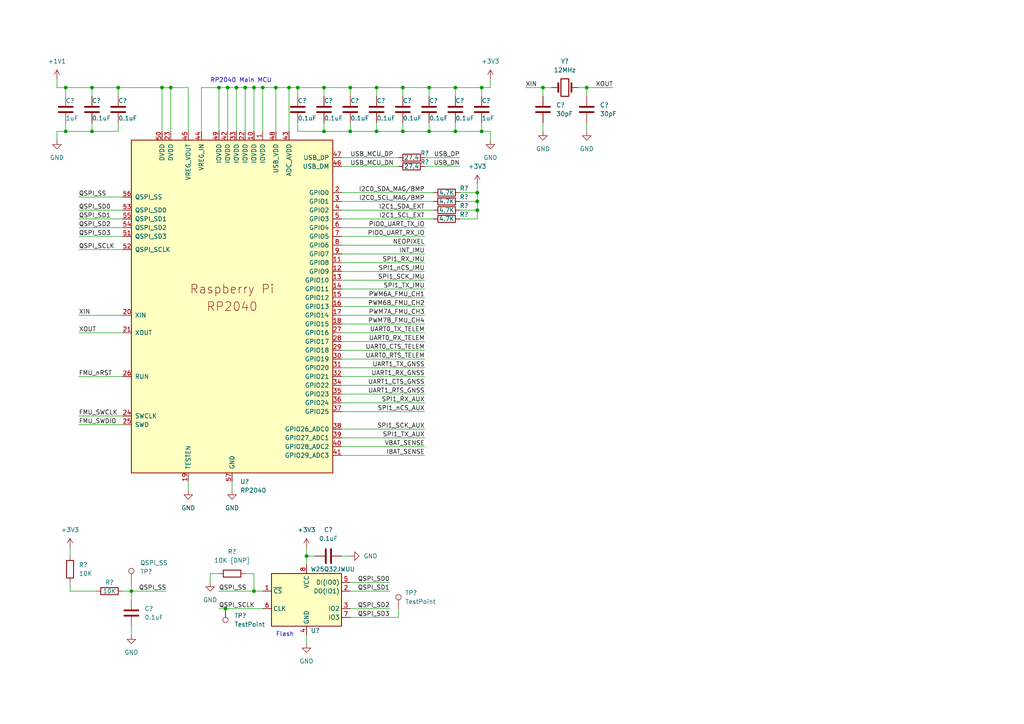
<source format=kicad_sch>
(kicad_sch (version 20211123) (generator eeschema)
  (paper "A4")
  (lib_symbols
    (symbol "Connector:TestPoint" (pin_numbers hide) (pin_names (offset 0.762) hide)
      (property "Reference" "TP" (at 0 6.858 0))
      (property "Value" "TestPoint" (at 0 5.08 0))
      (symbol "TestPoint_0_1"
        (circle (center 0 3.302) (radius 0.762))
      )
      (symbol "TestPoint_1_1"
        (pin passive line (at 0 0 90) (length 2.54) (name "1") (number "1"))
      )
    )
    (symbol "Device:C" (pin_numbers hide) (pin_names (offset 0.254))
      (property "Reference" "C" (at 0.635 2.54 0))
      (property "Value" "C" (at 0.635 -2.54 0))
      (symbol "C_0_1"
        (polyline (pts (xy -2.032 -0.762) (xy 2.032 -0.762)) (stroke (width 0.508)))
        (polyline (pts (xy -2.032 0.762) (xy 2.032 0.762)) (stroke (width 0.508)))
      )
      (symbol "C_1_1"
        (pin passive line (at 0 3.81 270) (length 2.794) (name "~") (number "1"))
        (pin passive line (at 0 -3.81 90) (length 2.794) (name "~") (number "2"))
      )
    )
    (symbol "Device:Crystal" (pin_numbers hide) (pin_names (offset 1.016) hide)
      (property "Reference" "Y" (at 0 3.81 0))
      (property "Value" "Crystal" (at 0 -3.81 0))
      (symbol "Crystal_0_1"
        (rectangle (start -1.143 2.54) (end 1.143 -2.54) (stroke (width 0.3048)))
        (polyline (pts (xy -2.54 0) (xy -1.905 0)))
        (polyline (pts (xy -1.905 -1.27) (xy -1.905 1.27)) (stroke (width 0.508)))
        (polyline (pts (xy 1.905 -1.27) (xy 1.905 1.27)) (stroke (width 0.508)))
        (polyline (pts (xy 2.54 0) (xy 1.905 0)))
      )
      (symbol "Crystal_1_1"
        (pin passive line (at -3.81 0 0) (length 1.27) (name "1") (number "1"))
        (pin passive line (at 3.81 0 180) (length 1.27) (name "2") (number "2"))
      )
    )
    (symbol "Device:R" (pin_numbers hide) (pin_names (offset 0))
      (property "Reference" "R" (at 2.032 0 90))
      (property "Value" "R" (at 0 0 90))
      (symbol "R_0_1"
        (rectangle (start -1.016 -2.54) (end 1.016 2.54) (stroke (width 0.254)))
      )
      (symbol "R_1_1"
        (pin passive line (at 0 3.81 270) (length 1.27) (name "~") (number "1"))
        (pin passive line (at 0 -3.81 90) (length 1.27) (name "~") (number "2"))
      )
    )
    (symbol "MCU_RaspberryPi_RP2040:RP2040" (pin_names (offset 1.016))
      (property "Reference" "U" (at -29.21 49.53 0))
      (property "Value" "RP2040" (at 24.13 -49.53 0))
      (symbol "RP2040_0_0"
        (text "Raspberry Pi" (at 0 5.08 0) (effects (font (size 2.54 2.54))))
        (text "RP2040" (at 0 0 0) (effects (font (size 2.54 2.54))))
      )
      (symbol "RP2040_0_1"
        (rectangle (start 29.21 48.26) (end -29.21 -48.26) (stroke (width 0.254)) (fill (type background)))
      )
      (symbol "RP2040_1_1"
        (pin power_in line (at 8.89 50.8 270) (length 2.54) (name "IOVDD") (number "1"))
        (pin power_in line (at 6.35 50.8 270) (length 2.54) (name "IOVDD") (number "10"))
        (pin bidirectional line (at 31.75 12.7 180) (length 2.54) (name "GPIO8") (number "11"))
        (pin bidirectional line (at 31.75 10.16 180) (length 2.54) (name "GPIO9") (number "12"))
        (pin bidirectional line (at 31.75 7.62 180) (length 2.54) (name "GPIO10") (number "13"))
        (pin bidirectional line (at 31.75 5.08 180) (length 2.54) (name "GPIO11") (number "14"))
        (pin bidirectional line (at 31.75 2.54 180) (length 2.54) (name "GPIO12") (number "15"))
        (pin bidirectional line (at 31.75 0 180) (length 2.54) (name "GPIO13") (number "16"))
        (pin bidirectional line (at 31.75 -2.54 180) (length 2.54) (name "GPIO14") (number "17"))
        (pin bidirectional line (at 31.75 -5.08 180) (length 2.54) (name "GPIO15") (number "18"))
        (pin passive line (at -12.7 -50.8 90) (length 2.54) (name "TESTEN") (number "19"))
        (pin bidirectional line (at 31.75 33.02 180) (length 2.54) (name "GPIO0") (number "2"))
        (pin input line (at -31.75 -2.54 0) (length 2.54) (name "XIN") (number "20"))
        (pin passive line (at -31.75 -7.62 0) (length 2.54) (name "XOUT") (number "21"))
        (pin power_in line (at 3.81 50.8 270) (length 2.54) (name "IOVDD") (number "22"))
        (pin power_in line (at -17.78 50.8 270) (length 2.54) (name "DVDD") (number "23"))
        (pin output line (at -31.75 -31.75 0) (length 2.54) (name "SWCLK") (number "24"))
        (pin bidirectional line (at -31.75 -34.29 0) (length 2.54) (name "SWD") (number "25"))
        (pin input line (at -31.75 -20.32 0) (length 2.54) (name "RUN") (number "26"))
        (pin bidirectional line (at 31.75 -7.62 180) (length 2.54) (name "GPIO16") (number "27"))
        (pin bidirectional line (at 31.75 -10.16 180) (length 2.54) (name "GPIO17") (number "28"))
        (pin bidirectional line (at 31.75 -12.7 180) (length 2.54) (name "GPIO18") (number "29"))
        (pin bidirectional line (at 31.75 30.48 180) (length 2.54) (name "GPIO1") (number "3"))
        (pin bidirectional line (at 31.75 -15.24 180) (length 2.54) (name "GPIO19") (number "30"))
        (pin bidirectional line (at 31.75 -17.78 180) (length 2.54) (name "GPIO20") (number "31"))
        (pin bidirectional line (at 31.75 -20.32 180) (length 2.54) (name "GPIO21") (number "32"))
        (pin power_in line (at 1.27 50.8 270) (length 2.54) (name "IOVDD") (number "33"))
        (pin bidirectional line (at 31.75 -22.86 180) (length 2.54) (name "GPIO22") (number "34"))
        (pin bidirectional line (at 31.75 -25.4 180) (length 2.54) (name "GPIO23") (number "35"))
        (pin bidirectional line (at 31.75 -27.94 180) (length 2.54) (name "GPIO24") (number "36"))
        (pin bidirectional line (at 31.75 -30.48 180) (length 2.54) (name "GPIO25") (number "37"))
        (pin bidirectional line (at 31.75 -35.56 180) (length 2.54) (name "GPIO26_ADC0") (number "38"))
        (pin bidirectional line (at 31.75 -38.1 180) (length 2.54) (name "GPIO27_ADC1") (number "39"))
        (pin bidirectional line (at 31.75 27.94 180) (length 2.54) (name "GPIO2") (number "4"))
        (pin bidirectional line (at 31.75 -40.64 180) (length 2.54) (name "GPIO28_ADC2") (number "40"))
        (pin bidirectional line (at 31.75 -43.18 180) (length 2.54) (name "GPIO29_ADC3") (number "41"))
        (pin power_in line (at -1.27 50.8 270) (length 2.54) (name "IOVDD") (number "42"))
        (pin power_in line (at 16.51 50.8 270) (length 2.54) (name "ADC_AVDD") (number "43"))
        (pin power_in line (at -8.89 50.8 270) (length 2.54) (name "VREG_IN") (number "44"))
        (pin power_out line (at -12.7 50.8 270) (length 2.54) (name "VREG_VOUT") (number "45"))
        (pin bidirectional line (at 31.75 40.64 180) (length 2.54) (name "USB_DM") (number "46"))
        (pin bidirectional line (at 31.75 43.18 180) (length 2.54) (name "USB_DP") (number "47"))
        (pin power_in line (at 12.7 50.8 270) (length 2.54) (name "USB_VDD") (number "48"))
        (pin power_in line (at -3.81 50.8 270) (length 2.54) (name "IOVDD") (number "49"))
        (pin bidirectional line (at 31.75 25.4 180) (length 2.54) (name "GPIO3") (number "5"))
        (pin power_in line (at -20.32 50.8 270) (length 2.54) (name "DVDD") (number "50"))
        (pin bidirectional line (at -31.75 20.32 0) (length 2.54) (name "QSPI_SD3") (number "51"))
        (pin output line (at -31.75 16.51 0) (length 2.54) (name "QSPI_SCLK") (number "52"))
        (pin bidirectional line (at -31.75 27.94 0) (length 2.54) (name "QSPI_SD0") (number "53"))
        (pin bidirectional line (at -31.75 22.86 0) (length 2.54) (name "QSPI_SD2") (number "54"))
        (pin bidirectional line (at -31.75 25.4 0) (length 2.54) (name "QSPI_SD1") (number "55"))
        (pin bidirectional line (at -31.75 31.75 0) (length 2.54) (name "QSPI_SS") (number "56"))
        (pin power_in line (at 0 -50.8 90) (length 2.54) (name "GND") (number "57"))
        (pin bidirectional line (at 31.75 22.86 180) (length 2.54) (name "GPIO4") (number "6"))
        (pin bidirectional line (at 31.75 20.32 180) (length 2.54) (name "GPIO5") (number "7"))
        (pin bidirectional line (at 31.75 17.78 180) (length 2.54) (name "GPIO6") (number "8"))
        (pin bidirectional line (at 31.75 15.24 180) (length 2.54) (name "GPIO7") (number "9"))
      )
    )
    (symbol "Memory_Flash:W25Q32JVSS"
      (property "Reference" "U" (at -8.89 8.89 0))
      (property "Value" "W25Q32JVSS" (at 7.62 8.89 0))
      (symbol "W25Q32JVSS_0_1"
        (rectangle (start -10.16 7.62) (end 10.16 -7.62) (stroke (width 0.254)) (fill (type background)))
      )
      (symbol "W25Q32JVSS_1_1"
        (pin input line (at -12.7 2.54 0) (length 2.54) (name "~{CS}") (number "1"))
        (pin bidirectional line (at 12.7 2.54 180) (length 2.54) (name "DO(IO1)") (number "2"))
        (pin bidirectional line (at 12.7 -2.54 180) (length 2.54) (name "IO2") (number "3"))
        (pin power_in line (at 0 -10.16 90) (length 2.54) (name "GND") (number "4"))
        (pin bidirectional line (at 12.7 5.08 180) (length 2.54) (name "DI(IO0)") (number "5"))
        (pin input line (at -12.7 -2.54 0) (length 2.54) (name "CLK") (number "6"))
        (pin bidirectional line (at 12.7 -5.08 180) (length 2.54) (name "IO3") (number "7"))
        (pin power_in line (at 0 10.16 270) (length 2.54) (name "VCC") (number "8"))
      )
    )
    (symbol "power:+1V1" (power) (pin_names (offset 0))
      (property "Value" "+1V1" (at 0 3.556 0))
      (symbol "+1V1_0_1"
        (polyline (pts (xy -0.762 1.27) (xy 0 2.54)))
        (polyline (pts (xy 0 0) (xy 0 2.54)))
        (polyline (pts (xy 0 2.54) (xy 0.762 1.27)))
      )
      (symbol "+1V1_1_1"
        (pin power_in line (at 0 0 90) (length 0) hide (name "+1V1") (number "1"))
      )
    )
    (symbol "power:+3V3" (power) (pin_names (offset 0))
      (property "Value" "+3V3" (at 0 3.556 0))
      (symbol "+3V3_0_1"
        (polyline (pts (xy -0.762 1.27) (xy 0 2.54)))
        (polyline (pts (xy 0 0) (xy 0 2.54)))
        (polyline (pts (xy 0 2.54) (xy 0.762 1.27)))
      )
      (symbol "+3V3_1_1"
        (pin power_in line (at 0 0 90) (length 0) hide (name "+3V3") (number "1"))
      )
    )
    (symbol "power:GND" (power) (pin_names (offset 0))
      (property "Value" "GND" (at 0 -3.81 0))
      (symbol "GND_0_1"
        (polyline (pts (xy 0 0) (xy 0 -1.27) (xy 1.27 -1.27) (xy 0 -2.54) (xy -1.27 -1.27) (xy 0 -1.27)))
      )
      (symbol "GND_1_1"
        (pin power_in line (at 0 0 270) (length 0) hide (name "GND") (number "1"))
      )
    )
  )
  (junction (at 19.05 25.4))
  (junction (at 132.08 25.4) (diameter 0.9144))
  (junction (at 83.82 25.4) (diameter 0.9144))
  (junction (at 101.6 25.4) (diameter 0.9144))
  (junction (at 46.99 25.4) (diameter 0.9144))
  (junction (at 116.84 25.4) (diameter 0.9144))
  (junction (at 65.405 176.53))
  (junction (at 26.67 38.1))
  (junction (at 88.9 161.29) (diameter 0.9144))
  (junction (at 93.98 25.4) (diameter 0.9144))
  (junction (at 138.43 60.96))
  (junction (at 116.84 38.1) (diameter 0.9144))
  (junction (at 73.66 25.4) (diameter 0.9144))
  (junction (at 63.5 25.4) (diameter 0.9144))
  (junction (at 19.05 38.1))
  (junction (at 124.46 25.4) (diameter 0.9144))
  (junction (at 132.08 38.1) (diameter 0.9144))
  (junction (at 26.67 25.4))
  (junction (at 157.48 25.4) (diameter 0.9144))
  (junction (at 73.66 171.45))
  (junction (at 71.12 25.4) (diameter 0.9144))
  (junction (at 76.2 25.4) (diameter 0.9144))
  (junction (at 38.1 171.45) (diameter 0.9144))
  (junction (at 49.53 25.4) (diameter 0.9144))
  (junction (at 139.7 38.1) (diameter 0.9144))
  (junction (at 109.22 25.4) (diameter 0.9144))
  (junction (at 34.29 25.4))
  (junction (at 138.43 55.88))
  (junction (at 124.46 38.1) (diameter 0.9144))
  (junction (at 68.58 25.4) (diameter 0.9144))
  (junction (at 66.04 25.4) (diameter 0.9144))
  (junction (at 101.6 38.1) (diameter 0.9144))
  (junction (at 139.7 25.4) (diameter 0.9144))
  (junction (at 80.01 25.4) (diameter 0.9144))
  (junction (at 138.43 58.42))
  (junction (at 109.22 38.1) (diameter 0.9144))
  (junction (at 86.36 25.4) (diameter 0.9144))
  (junction (at 170.18 25.4) (diameter 0.9144))
  (junction (at 93.98 38.1) (diameter 0.9144))
  (wire (pts (xy 116.84 35.56) (xy 116.84 38.1)))
  (wire (pts (xy 99.06 73.66) (xy 123.19 73.66)))
  (wire (pts (xy 93.98 38.1) (xy 86.36 38.1)))
  (wire (pts (xy 71.12 166.37) (xy 73.66 166.37)))
  (wire (pts (xy 157.48 35.56) (xy 157.48 38.1)))
  (wire (pts (xy 63.5 25.4) (xy 66.04 25.4)))
  (wire (pts (xy 109.22 25.4) (xy 109.22 27.94)))
  (wire (pts (xy 132.08 38.1) (xy 139.7 38.1)))
  (wire (pts (xy 99.06 60.96) (xy 125.73 60.96)))
  (wire (pts (xy 170.18 35.56) (xy 170.18 38.1)))
  (wire (pts (xy 38.1 173.99) (xy 38.1 171.45)))
  (wire (pts (xy 19.05 25.4) (xy 16.51 25.4)))
  (wire (pts (xy 101.6 35.56) (xy 101.6 38.1)))
  (wire (pts (xy 68.58 38.1) (xy 68.58 25.4)))
  (wire (pts (xy 170.18 25.4) (xy 167.64 25.4)))
  (wire (pts (xy 138.43 55.88) (xy 138.43 53.34)))
  (wire (pts (xy 26.67 38.1) (xy 34.29 38.1)))
  (wire (pts (xy 139.7 38.1) (xy 142.24 38.1)))
  (wire (pts (xy 46.99 25.4) (xy 46.99 38.1)))
  (wire (pts (xy 93.98 25.4) (xy 93.98 27.94)))
  (wire (pts (xy 157.48 27.94) (xy 157.48 25.4)))
  (wire (pts (xy 49.53 38.1) (xy 49.53 25.4)))
  (wire (pts (xy 123.19 48.26) (xy 133.35 48.26)))
  (wire (pts (xy 80.01 25.4) (xy 80.01 38.1)))
  (wire (pts (xy 99.06 93.98) (xy 123.19 93.98)))
  (wire (pts (xy 99.06 119.38) (xy 123.19 119.38)))
  (wire (pts (xy 22.86 68.58) (xy 35.56 68.58)))
  (wire (pts (xy 34.29 25.4) (xy 34.29 27.94)))
  (wire (pts (xy 99.06 161.29) (xy 101.6 161.29)))
  (wire (pts (xy 86.36 38.1) (xy 86.36 35.56)))
  (wire (pts (xy 22.86 72.39) (xy 35.56 72.39)))
  (wire (pts (xy 123.19 45.72) (xy 133.35 45.72)))
  (wire (pts (xy 99.06 132.08) (xy 123.19 132.08)))
  (wire (pts (xy 99.06 116.84) (xy 123.19 116.84)))
  (wire (pts (xy 26.67 35.56) (xy 26.67 38.1)))
  (wire (pts (xy 132.08 35.56) (xy 132.08 38.1)))
  (wire (pts (xy 101.6 25.4) (xy 109.22 25.4)))
  (wire (pts (xy 101.6 179.07) (xy 115.57 179.07)))
  (wire (pts (xy 83.82 38.1) (xy 83.82 25.4)))
  (wire (pts (xy 99.06 48.26) (xy 115.57 48.26)))
  (wire (pts (xy 63.5 171.45) (xy 73.66 171.45)))
  (wire (pts (xy 86.36 27.94) (xy 86.36 25.4)))
  (wire (pts (xy 109.22 25.4) (xy 116.84 25.4)))
  (wire (pts (xy 22.86 66.04) (xy 35.56 66.04)))
  (wire (pts (xy 99.06 71.12) (xy 123.19 71.12)))
  (wire (pts (xy 63.5 176.53) (xy 65.405 176.53)))
  (wire (pts (xy 101.6 168.91) (xy 113.03 168.91)))
  (wire (pts (xy 101.6 25.4) (xy 101.6 27.94)))
  (wire (pts (xy 99.06 91.44) (xy 123.19 91.44)))
  (wire (pts (xy 142.24 40.64) (xy 142.24 38.1)))
  (wire (pts (xy 99.06 96.52) (xy 123.19 96.52)))
  (wire (pts (xy 99.06 88.9) (xy 123.19 88.9)))
  (wire (pts (xy 86.36 25.4) (xy 93.98 25.4)))
  (wire (pts (xy 99.06 86.36) (xy 123.19 86.36)))
  (wire (pts (xy 54.61 38.1) (xy 54.61 25.4)))
  (wire (pts (xy 99.06 83.82) (xy 123.19 83.82)))
  (wire (pts (xy 76.2 25.4) (xy 80.01 25.4)))
  (wire (pts (xy 19.05 27.94) (xy 19.05 25.4)))
  (wire (pts (xy 124.46 25.4) (xy 124.46 27.94)))
  (wire (pts (xy 68.58 25.4) (xy 71.12 25.4)))
  (wire (pts (xy 88.9 163.83) (xy 88.9 161.29)))
  (wire (pts (xy 116.84 25.4) (xy 124.46 25.4)))
  (wire (pts (xy 99.06 66.04) (xy 123.19 66.04)))
  (wire (pts (xy 170.18 27.94) (xy 170.18 25.4)))
  (wire (pts (xy 138.43 60.96) (xy 138.43 58.42)))
  (wire (pts (xy 142.24 22.86) (xy 142.24 25.4)))
  (wire (pts (xy 99.06 111.76) (xy 123.19 111.76)))
  (wire (pts (xy 38.1 171.45) (xy 35.56 171.45)))
  (wire (pts (xy 22.86 57.15) (xy 35.56 57.15)))
  (wire (pts (xy 83.82 25.4) (xy 80.01 25.4)))
  (wire (pts (xy 138.43 58.42) (xy 138.43 55.88)))
  (wire (pts (xy 71.12 25.4) (xy 73.66 25.4)))
  (wire (pts (xy 138.43 60.96) (xy 138.43 63.5)))
  (wire (pts (xy 99.06 99.06) (xy 123.19 99.06)))
  (wire (pts (xy 38.1 181.61) (xy 38.1 184.15)))
  (wire (pts (xy 93.98 35.56) (xy 93.98 38.1)))
  (wire (pts (xy 99.06 124.46) (xy 123.19 124.46)))
  (wire (pts (xy 60.96 168.91) (xy 60.96 166.37)))
  (wire (pts (xy 133.35 60.96) (xy 138.43 60.96)))
  (wire (pts (xy 22.86 109.22) (xy 35.56 109.22)))
  (wire (pts (xy 132.08 25.4) (xy 139.7 25.4)))
  (wire (pts (xy 101.6 176.53) (xy 113.03 176.53)))
  (wire (pts (xy 99.06 68.58) (xy 123.19 68.58)))
  (wire (pts (xy 16.51 25.4) (xy 16.51 22.86)))
  (wire (pts (xy 99.06 129.54) (xy 123.19 129.54)))
  (wire (pts (xy 124.46 38.1) (xy 132.08 38.1)))
  (wire (pts (xy 99.06 81.28) (xy 123.19 81.28)))
  (wire (pts (xy 22.86 123.19) (xy 35.56 123.19)))
  (wire (pts (xy 67.31 139.7) (xy 67.31 142.24)))
  (wire (pts (xy 142.24 25.4) (xy 139.7 25.4)))
  (wire (pts (xy 22.86 120.65) (xy 35.56 120.65)))
  (wire (pts (xy 38.1 171.45) (xy 48.26 171.45)))
  (wire (pts (xy 26.67 25.4) (xy 34.29 25.4)))
  (wire (pts (xy 22.86 60.96) (xy 35.56 60.96)))
  (wire (pts (xy 54.61 139.7) (xy 54.61 142.24)))
  (wire (pts (xy 22.86 91.44) (xy 35.56 91.44)))
  (wire (pts (xy 116.84 38.1) (xy 124.46 38.1)))
  (wire (pts (xy 157.48 25.4) (xy 160.02 25.4)))
  (wire (pts (xy 99.06 109.22) (xy 123.19 109.22)))
  (wire (pts (xy 38.1 168.91) (xy 38.1 171.45)))
  (wire (pts (xy 54.61 25.4) (xy 49.53 25.4)))
  (wire (pts (xy 19.05 38.1) (xy 19.05 35.56)))
  (wire (pts (xy 22.86 96.52) (xy 35.56 96.52)))
  (wire (pts (xy 99.06 78.74) (xy 123.19 78.74)))
  (wire (pts (xy 124.46 35.56) (xy 124.46 38.1)))
  (wire (pts (xy 60.96 166.37) (xy 63.5 166.37)))
  (wire (pts (xy 58.42 25.4) (xy 63.5 25.4)))
  (wire (pts (xy 68.58 25.4) (xy 66.04 25.4)))
  (wire (pts (xy 99.06 104.14) (xy 123.19 104.14)))
  (wire (pts (xy 66.04 25.4) (xy 66.04 38.1)))
  (wire (pts (xy 99.06 114.3) (xy 123.19 114.3)))
  (wire (pts (xy 99.06 127) (xy 123.19 127)))
  (wire (pts (xy 76.2 38.1) (xy 76.2 25.4)))
  (wire (pts (xy 26.67 25.4) (xy 26.67 27.94)))
  (wire (pts (xy 152.4 25.4) (xy 157.48 25.4)))
  (wire (pts (xy 88.9 184.15) (xy 88.9 186.69)))
  (wire (pts (xy 99.06 55.88) (xy 125.73 55.88)))
  (wire (pts (xy 109.22 35.56) (xy 109.22 38.1)))
  (wire (pts (xy 139.7 25.4) (xy 139.7 27.94)))
  (wire (pts (xy 139.7 35.56) (xy 139.7 38.1)))
  (wire (pts (xy 65.405 176.53) (xy 76.2 176.53)))
  (wire (pts (xy 73.66 171.45) (xy 76.2 171.45)))
  (wire (pts (xy 73.66 25.4) (xy 73.66 38.1)))
  (wire (pts (xy 83.82 25.4) (xy 86.36 25.4)))
  (wire (pts (xy 93.98 25.4) (xy 101.6 25.4)))
  (wire (pts (xy 73.66 166.37) (xy 73.66 171.45)))
  (wire (pts (xy 76.2 25.4) (xy 73.66 25.4)))
  (wire (pts (xy 101.6 171.45) (xy 113.03 171.45)))
  (wire (pts (xy 99.06 101.6) (xy 123.19 101.6)))
  (wire (pts (xy 49.53 25.4) (xy 46.99 25.4)))
  (wire (pts (xy 115.57 176.53) (xy 115.57 179.07)))
  (wire (pts (xy 99.06 58.42) (xy 125.73 58.42)))
  (wire (pts (xy 20.32 168.91) (xy 20.32 171.45)))
  (wire (pts (xy 19.05 38.1) (xy 26.67 38.1)))
  (wire (pts (xy 116.84 25.4) (xy 116.84 27.94)))
  (wire (pts (xy 20.32 171.45) (xy 27.94 171.45)))
  (wire (pts (xy 101.6 38.1) (xy 109.22 38.1)))
  (wire (pts (xy 63.5 38.1) (xy 63.5 25.4)))
  (wire (pts (xy 88.9 158.75) (xy 88.9 161.29)))
  (wire (pts (xy 88.9 161.29) (xy 91.44 161.29)))
  (wire (pts (xy 99.06 106.68) (xy 123.19 106.68)))
  (wire (pts (xy 99.06 76.2) (xy 123.19 76.2)))
  (wire (pts (xy 138.43 63.5) (xy 133.35 63.5)))
  (wire (pts (xy 138.43 58.42) (xy 133.35 58.42)))
  (wire (pts (xy 34.29 25.4) (xy 46.99 25.4)))
  (wire (pts (xy 101.6 38.1) (xy 93.98 38.1)))
  (wire (pts (xy 34.29 38.1) (xy 34.29 35.56)))
  (wire (pts (xy 109.22 38.1) (xy 116.84 38.1)))
  (wire (pts (xy 170.18 25.4) (xy 177.8 25.4)))
  (wire (pts (xy 16.51 38.1) (xy 19.05 38.1)))
  (wire (pts (xy 133.35 55.88) (xy 138.43 55.88)))
  (wire (pts (xy 22.86 63.5) (xy 35.56 63.5)))
  (wire (pts (xy 132.08 25.4) (xy 132.08 27.94)))
  (wire (pts (xy 124.46 25.4) (xy 132.08 25.4)))
  (wire (pts (xy 20.32 158.75) (xy 20.32 161.29)))
  (wire (pts (xy 99.06 45.72) (xy 115.57 45.72)))
  (wire (pts (xy 16.51 40.64) (xy 16.51 38.1)))
  (wire (pts (xy 99.06 63.5) (xy 125.73 63.5)))
  (wire (pts (xy 71.12 38.1) (xy 71.12 25.4)))
  (wire (pts (xy 58.42 38.1) (xy 58.42 25.4)))
  (wire (pts (xy 19.05 25.4) (xy 26.67 25.4)))
  (text "RP2040 Main MCU" (at 60.96 24.13 0) (effects (font (size 1.27 1.27)) (justify left bottom)))
  (text "Flash" (at 80.01 184.785 0) (effects (font (size 1.27 1.27)) (justify left bottom)))
  (label "PWM6B_FMU_CH2" (at 123.19 88.9 180))
  (label "UART0_RX_TELEM" (at 123.19 99.06 180))
  (label "SPI1_RX_AUX" (at 123.19 116.84 180))
  (label "PIO0_UART_TX_IO" (at 123.19 66.04 180))
  (label "SPI1_nCS_AUX" (at 123.19 119.38 180))
  (label "UART1_RX_GNSS" (at 123.19 109.22 180))
  (label "FMU_SWCLK" (at 22.86 120.65 0))
  (label "PIO0_UART_RX_IO" (at 123.19 68.58 180))
  (label "QSPI_SS" (at 22.86 57.15 0))
  (label "QSPI_SCLK" (at 22.86 72.39 0))
  (label "XOUT" (at 22.86 96.52 0))
  (label "XOUT" (at 177.8 25.4 180))
  (label "PWM7A_FMU_CH3" (at 123.19 91.44 180))
  (label "UART0_TX_TELEM" (at 123.19 96.52 180))
  (label "USB_MCU_DP" (at 101.6 45.72 0))
  (label "QSPI_SD0" (at 22.86 60.96 0))
  (label "I2C0_SCL_MAG{slash}BMP" (at 123.19 58.42 180))
  (label "QSPI_SS" (at 63.5 171.45 0))
  (label "QSPI_SD0" (at 113.03 168.91 180))
  (label "XIN" (at 22.86 91.44 0))
  (label "VBAT_SENSE" (at 123.19 129.54 180))
  (label "PWM7B_FMU_CH4" (at 123.19 93.98 180))
  (label "QSPI_SD1" (at 22.86 63.5 0))
  (label "SPI1_RX_IMU" (at 123.19 76.2 180))
  (label "UART0_CTS_TELEM" (at 123.19 101.6 180))
  (label "UART1_TX_GNSS" (at 123.19 106.68 180))
  (label "FMU_nRST" (at 22.86 109.22 0))
  (label "IBAT_SENSE" (at 123.19 132.08 180))
  (label "USB_MCU_DN" (at 101.6 48.26 0))
  (label "I2C1_SDA_EXT" (at 123.19 60.96 180))
  (label "UART1_CTS_GNSS" (at 123.19 111.76 180))
  (label "SPI1_TX_AUX" (at 123.19 127 180))
  (label "NEOPIXEL" (at 123.19 71.12 180))
  (label "UART0_RTS_TELEM" (at 123.19 104.14 180))
  (label "I2C0_SDA_MAG{slash}BMP" (at 123.19 55.88 180))
  (label "QSPI_SS" (at 48.26 171.45 180))
  (label "USB_DP" (at 133.35 45.72 180))
  (label "USB_DN" (at 133.35 48.26 180))
  (label "SPI1_nCS_IMU" (at 123.19 78.74 180))
  (label "QSPI_SD1" (at 113.03 171.45 180))
  (label "QSPI_SD2" (at 113.03 176.53 180))
  (label "PWM6A_FMU_CH1" (at 123.19 86.36 180))
  (label "QSPI_SCLK" (at 63.5 176.53 0))
  (label "INT_IMU" (at 123.19 73.66 180))
  (label "QSPI_SD3" (at 113.03 179.07 180))
  (label "SPI1_SCK_AUX" (at 123.19 124.46 180))
  (label "XIN" (at 152.4 25.4 0))
  (label "SPI1_TX_IMU" (at 123.19 83.82 180))
  (label "QSPI_SD2" (at 22.86 66.04 0))
  (label "I2C1_SCL_EXT" (at 123.19 63.5 180))
  (label "SPI1_SCK_IMU" (at 123.19 81.28 180))
  (label "QSPI_SD3" (at 22.86 68.58 0))
  (label "FMU_SWDIO" (at 22.86 123.19 0))
  (label "UART1_RTS_GNSS" (at 123.19 114.3 180))
  (symbol (lib_id "Device:R") (at 129.54 58.42 270) (unit 1)
    (property "Reference" "R?" (at 134.62 57.15 90))
    (property "Value" "4.7K" (at 129.54 58.42 90))
    (property "Footprint" "Resistor_SMD:R_0402_1005Metric" (effects hide))
    (property "LCSC" "C25900" (effects hide))
  )
  (symbol (lib_id "power:GND") (at 88.9 186.69 0) (unit 1)
    (property "Reference" "#PWR?" (effects hide))
    (property "Value" "GND" (at 88.9 191.77 0))
  )
  (symbol (lib_id "Device:C") (at 124.46 31.75 0) (unit 1)
    (property "Reference" "C?" (at 124.46 29.2099 0) (effects (justify left)))
    (property "Value" "0.1uF" (at 124.46 34.2899 0) (effects (justify left)))
    (property "Footprint" "Capacitor_SMD:C_0402_1005Metric" (effects hide))
    (property "LCSC" "C1525" (effects hide))
  )
  (symbol (lib_id "power:GND") (at 101.6 161.29 90) (unit 1)
    (property "Reference" "#PWR?" (effects hide))
    (property "Value" "GND" (at 105.41 161.2899 90) (effects (justify right)))
  )
  (symbol (lib_id "Device:C") (at 101.6 31.75 0) (unit 1)
    (property "Reference" "C?" (at 101.6 29.2099 0) (effects (justify left)))
    (property "Value" "0.1uF" (at 101.6 34.2899 0) (effects (justify left)))
    (property "Footprint" "Capacitor_SMD:C_0402_1005Metric" (effects hide))
    (property "LCSC" "C1525" (effects hide))
  )
  (symbol (lib_id "power:GND") (at 16.51 40.64 0) (unit 1)
    (property "Reference" "#PWR?" (effects hide))
    (property "Value" "GND" (at 16.51 45.72 0))
  )
  (symbol (lib_id "power:GND") (at 157.48 38.1 0) (unit 1)
    (property "Reference" "#PWR?" (effects hide))
    (property "Value" "GND" (at 157.48 43.18 0))
  )
  (symbol (lib_id "Connector:TestPoint") (at 65.405 176.53 180) (unit 1)
    (property "Reference" "TP?" (at 67.945 178.5619 0) (effects (justify right)))
    (property "Value" "TestPoint" (at 67.945 181.1019 0) (effects (justify right)))
    (property "Footprint" "TestPoint:TestPoint_Pad_D1.0mm" (effects hide))
  )
  (symbol (lib_id "Connector:TestPoint") (at 115.57 176.53 0) (unit 1)
    (property "Reference" "TP?" (at 117.475 171.9579 0) (effects (justify left)))
    (property "Value" "TestPoint" (at 117.475 174.4979 0) (effects (justify left)))
    (property "Footprint" "TestPoint:TestPoint_Pad_D1.0mm" (effects hide))
  )
  (symbol (lib_id "Device:C") (at 157.48 31.75 0) (unit 1)
    (property "Reference" "C?" (at 161.29 30.4799 0) (effects (justify left)))
    (property "Value" "30pF" (at 161.29 33.0199 0) (effects (justify left)))
    (property "Footprint" "Capacitor_SMD:C_0402_1005Metric" (effects hide))
    (property "LCSC" "C1557" (effects hide))
  )
  (symbol (lib_id "Device:R") (at 129.54 55.88 90) (unit 1)
    (property "Reference" "R?" (at 134.62 54.61 90))
    (property "Value" "4.7K" (at 129.54 55.88 90))
    (property "Footprint" "Resistor_SMD:R_0402_1005Metric" (effects hide))
    (property "LCSC" "C25900" (effects hide))
  )
  (symbol (lib_id "Memory_Flash:W25Q32JVSS") (at 88.9 173.99 0) (unit 1)
    (property "Reference" "U?" (at 91.44 182.88 0))
    (property "Value" "W25Q32JWUU" (at 96.52 165.1 0))
    (property "Footprint" "USON:USON8" (effects hide))
    (property "Datasheet" "http://www.winbond.com/resource-files/w25q32jv%20revg%2003272018%20plus.pdf" (effects hide))
    (property "LCSC" "C2441425" (effects hide))
  )
  (symbol (lib_id "Device:R") (at 20.32 165.1 0) (unit 1)
    (property "Reference" "R?" (at 22.86 163.8299 0) (effects (justify left)))
    (property "Value" "10K" (at 22.86 166.3699 0) (effects (justify left)))
    (property "Footprint" "Resistor_SMD:R_0402_1005Metric" (effects hide))
    (property "LCSC" "C25744" (effects hide))
  )
  (symbol (lib_id "Device:R") (at 129.54 63.5 90) (unit 1)
    (property "Reference" "R?" (at 134.62 62.23 90))
    (property "Value" "4.7K" (at 129.54 63.5 90))
    (property "Footprint" "Resistor_SMD:R_0402_1005Metric" (effects hide))
    (property "LCSC" "C25900" (effects hide))
  )
  (symbol (lib_id "power:GND") (at 38.1 184.15 0) (unit 1)
    (property "Reference" "#PWR?" (effects hide))
    (property "Value" "GND" (at 38.1 189.23 0))
  )
  (symbol (lib_id "Device:C") (at 19.05 31.75 0) (unit 1)
    (property "Reference" "C?" (at 19.05 29.21 0) (effects (justify left)))
    (property "Value" "1uF" (at 19.05 34.29 0) (effects (justify left)))
    (property "Footprint" "Capacitor_SMD:C_0402_1005Metric" (effects hide))
    (property "LCSC" "C52923" (effects hide))
  )
  (symbol (lib_id "Device:C") (at 86.36 31.75 0) (unit 1)
    (property "Reference" "C?" (at 86.36 29.2099 0) (effects (justify left)))
    (property "Value" "0.1uF" (at 86.36 34.2899 0) (effects (justify left)))
    (property "Footprint" "Capacitor_SMD:C_0402_1005Metric" (effects hide))
    (property "LCSC" "C1525" (effects hide))
  )
  (symbol (lib_id "power:+3V3") (at 138.43 53.34 0) (unit 1)
    (property "Reference" "#PWR?" (effects hide))
    (property "Value" "+3V3" (at 138.43 48.26 0))
  )
  (symbol (lib_id "Device:C") (at 95.25 161.29 90) (unit 1)
    (property "Reference" "C?" (at 95.25 153.67 90))
    (property "Value" "0.1uF" (at 95.25 156.21 90))
    (property "Footprint" "Capacitor_SMD:C_0402_1005Metric" (effects hide))
    (property "LCSC" "C1525" (effects hide))
  )
  (symbol (lib_id "Device:C") (at 109.22 31.75 0) (unit 1)
    (property "Reference" "C?" (at 109.22 29.2099 0) (effects (justify left)))
    (property "Value" "0.1uF" (at 109.22 34.2899 0) (effects (justify left)))
    (property "Footprint" "Capacitor_SMD:C_0402_1005Metric" (effects hide))
    (property "LCSC" "C1525" (effects hide))
  )
  (symbol (lib_id "Device:C") (at 93.98 31.75 0) (unit 1)
    (property "Reference" "C?" (at 93.98 29.2099 0) (effects (justify left)))
    (property "Value" "0.1uF" (at 93.98 34.2899 0) (effects (justify left)))
    (property "Footprint" "Capacitor_SMD:C_0402_1005Metric" (effects hide))
    (property "LCSC" "C1525" (effects hide))
  )
  (symbol (lib_id "power:+1V1") (at 16.51 22.86 0) (unit 1)
    (property "Reference" "#PWR?" (effects hide))
    (property "Value" "+1V1" (at 16.51 17.78 0))
  )
  (symbol (lib_id "Device:R") (at 67.31 166.37 90) (unit 1)
    (property "Reference" "R?" (at 67.31 160.02 90))
    (property "Value" "10K [DNP]" (at 67.31 162.56 90))
    (property "Footprint" "Resistor_SMD:R_0402_1005Metric" (effects hide))
  )
  (symbol (lib_id "Device:C") (at 26.67 31.75 0) (unit 1)
    (property "Reference" "C?" (at 26.67 29.2099 0) (effects (justify left)))
    (property "Value" "0.1uF" (at 26.67 34.2899 0) (effects (justify left)))
    (property "Footprint" "Capacitor_SMD:C_0402_1005Metric" (effects hide))
    (property "LCSC" "C1525" (effects hide))
  )
  (symbol (lib_id "power:GND") (at 60.96 168.91 0) (unit 1)
    (property "Reference" "#PWR?" (effects hide))
    (property "Value" "GND" (at 60.96 173.99 0))
  )
  (symbol (lib_id "power:GND") (at 54.61 142.24 0) (unit 1)
    (property "Reference" "#PWR?" (effects hide))
    (property "Value" "GND" (at 54.61 147.32 0))
  )
  (symbol (lib_id "power:GND") (at 170.18 38.1 0) (unit 1)
    (property "Reference" "#PWR?" (effects hide))
    (property "Value" "GND" (at 170.18 43.18 0))
  )
  (symbol (lib_id "power:+3V3") (at 20.32 158.75 0) (unit 1)
    (property "Reference" "#PWR?" (effects hide))
    (property "Value" "+3V3" (at 20.32 153.67 0))
  )
  (symbol (lib_id "Device:R") (at 129.54 60.96 90) (unit 1)
    (property "Reference" "R?" (at 134.62 59.69 90))
    (property "Value" "4.7K" (at 129.54 60.96 90))
    (property "Footprint" "Resistor_SMD:R_0402_1005Metric" (effects hide))
    (property "LCSC" "C25900" (effects hide))
  )
  (symbol (lib_id "Device:C") (at 116.84 31.75 0) (unit 1)
    (property "Reference" "C?" (at 116.84 29.2099 0) (effects (justify left)))
    (property "Value" "0.1uF" (at 116.84 34.2899 0) (effects (justify left)))
    (property "Footprint" "Capacitor_SMD:C_0402_1005Metric" (effects hide))
    (property "LCSC" "C1525" (effects hide))
  )
  (symbol (lib_id "Device:C") (at 139.7 31.75 0) (unit 1)
    (property "Reference" "C?" (at 139.7 29.2099 0) (effects (justify left)))
    (property "Value" "1uF" (at 139.7 34.2899 0) (effects (justify left)))
    (property "Footprint" "Capacitor_SMD:C_0402_1005Metric" (effects hide))
    (property "LCSC" "C52923" (effects hide))
  )
  (symbol (lib_id "Device:R") (at 119.38 48.26 90) (unit 1)
    (property "Reference" "R?" (at 123.19 46.99 90))
    (property "Value" "27.4" (at 119.38 48.26 90))
    (property "Footprint" "Resistor_SMD:R_0402_1005Metric" (effects hide))
  )
  (symbol (lib_id "Device:C") (at 34.29 31.75 0) (unit 1)
    (property "Reference" "C?" (at 34.29 29.2099 0) (effects (justify left)))
    (property "Value" "0.1uF" (at 34.29 34.2899 0) (effects (justify left)))
    (property "Footprint" "Capacitor_SMD:C_0402_1005Metric" (effects hide))
    (property "LCSC" "C1525" (effects hide))
  )
  (symbol (lib_id "Connector:TestPoint") (at 38.1 168.91 0) (unit 1)
    (property "Reference" "TP?" (at 40.64 165.7984 0) (effects (justify left)))
    (property "Value" "QSPI_SS" (at 40.64 163.2584 0) (effects (justify left)))
    (property "Footprint" "TestPoint:TestPoint_Pad_D1.0mm" (effects hide))
  )
  (symbol (lib_id "MCU_RaspberryPi_RP2040:RP2040") (at 67.31 88.9 0) (unit 1)
    (property "Reference" "U?" (at 69.6532 139.7 0) (effects (justify left)))
    (property "Value" "RP2040" (at 69.6532 142.24 0) (effects (justify left)))
    (property "Footprint" "RP2040_minimal:RP2040-QFN-56" (effects hide))
    (property "LCSC" "C2040" (effects hide))
  )
  (symbol (lib_id "Device:R") (at 31.75 171.45 90) (unit 1)
    (property "Reference" "R?" (at 31.75 168.91 90))
    (property "Value" "10K" (at 31.75 171.45 90))
    (property "Footprint" "Resistor_SMD:R_0402_1005Metric" (effects hide))
    (property "LCSC" "C25744" (effects hide))
  )
  (symbol (lib_id "Device:C") (at 170.18 31.75 0) (unit 1)
    (property "Reference" "C?" (at 173.99 30.4799 0) (effects (justify left)))
    (property "Value" "30pF" (at 173.99 33.0199 0) (effects (justify left)))
    (property "Footprint" "Capacitor_SMD:C_0402_1005Metric" (effects hide))
    (property "LCSC" "C1557" (effects hide))
  )
  (symbol (lib_id "Device:Crystal") (at 163.83 25.4 0) (unit 1)
    (property "Reference" "Y?" (at 163.83 17.78 0))
    (property "Value" "12MHz" (at 163.83 20.32 0))
    (property "Footprint" "Crystal:Crystal_SMD_3225-4Pin_3.2x2.5mm" (effects hide))
    (property "LCSC" "C9002" (effects hide))
  )
  (symbol (lib_id "Device:R") (at 119.38 45.72 90) (unit 1)
    (property "Reference" "R?" (at 123.19 44.45 90))
    (property "Value" "27.4" (at 119.38 45.72 90))
    (property "Footprint" "Resistor_SMD:R_0402_1005Metric" (effects hide))
  )
  (symbol (lib_id "power:+3V3") (at 142.24 22.86 0) (unit 1)
    (property "Reference" "#PWR?" (effects hide))
    (property "Value" "+3V3" (at 142.24 17.78 0))
  )
  (symbol (lib_id "power:GND") (at 67.31 142.24 0) (unit 1)
    (property "Reference" "#PWR?" (effects hide))
    (property "Value" "GND" (at 67.31 147.32 0))
  )
  (symbol (lib_id "power:GND") (at 142.24 40.64 0) (unit 1)
    (property "Reference" "#PWR?" (effects hide))
    (property "Value" "GND" (at 142.24 45.72 0))
  )
  (symbol (lib_id "Device:C") (at 38.1 177.8 180) (unit 1)
    (property "Reference" "C?" (at 41.91 176.5299 0) (effects (justify right)))
    (property "Value" "0.1uF" (at 41.91 179.0699 0) (effects (justify right)))
    (property "Footprint" "Capacitor_SMD:C_0402_1005Metric" (effects hide))
    (property "LCSC" "C1525" (effects hide))
  )
  (symbol (lib_id "Device:C") (at 132.08 31.75 0) (unit 1)
    (property "Reference" "C?" (at 132.08 29.2099 0) (effects (justify left)))
    (property "Value" "0.1uF" (at 132.08 34.2899 0) (effects (justify left)))
    (property "Footprint" "Capacitor_SMD:C_0402_1005Metric" (effects hide))
    (property "LCSC" "C1525" (effects hide))
  )
  (symbol (lib_id "power:+3V3") (at 88.9 158.75 0) (unit 1)
    (property "Reference" "#PWR?" (effects hide))
    (property "Value" "+3V3" (at 88.9 153.67 0))
  )
)
</source>
